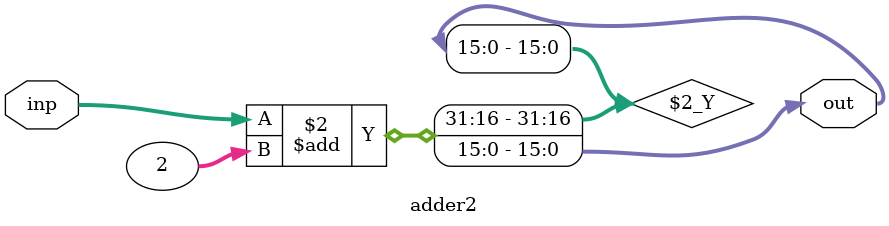
<source format=v>
`timescale 1ns / 1ps


module adder2(
    input [15:0] inp,
    output reg [15:0] out
    );
    
    always @(inp) begin
        out <= inp + 2;
    end
    
endmodule
</source>
